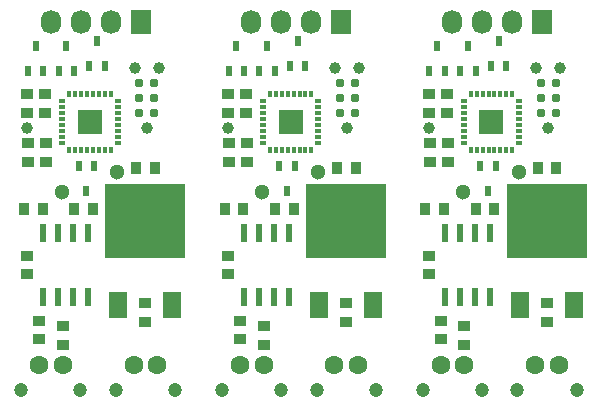
<source format=gts>
G04 #@! TF.FileFunction,Soldermask,Top*
%FSLAX46Y46*%
G04 Gerber Fmt 4.6, Leading zero omitted, Abs format (unit mm)*
G04 Created by KiCad (PCBNEW 4.0.2-4+6225~38~ubuntu15.10.1-stable) date Mon 28 Mar 2016 23:59:24 BST*
%MOMM*%
G01*
G04 APERTURE LIST*
%ADD10C,0.100000*%
%ADD11R,0.600000X1.550000*%
%ADD12C,1.200000*%
%ADD13C,1.600000*%
%ADD14R,0.950000X1.000000*%
%ADD15R,1.000000X0.950000*%
%ADD16C,0.787000*%
%ADD17C,1.000000*%
%ADD18R,1.727200X2.032000*%
%ADD19O,1.727200X2.032000*%
%ADD20C,1.300000*%
%ADD21R,6.740000X6.230000*%
%ADD22R,1.524000X2.280000*%
%ADD23R,0.600000X0.300000*%
%ADD24R,0.300000X0.600000*%
%ADD25R,2.002000X2.002000*%
%ADD26R,0.550000X0.850000*%
G04 APERTURE END LIST*
D10*
D11*
X118845000Y-100700000D03*
X120115000Y-100700000D03*
X121385000Y-100700000D03*
X122655000Y-100700000D03*
X122655000Y-95300000D03*
X121385000Y-95300000D03*
X120115000Y-95300000D03*
X118845000Y-95300000D03*
D12*
X117000000Y-108600000D03*
X122000000Y-108600000D03*
D13*
X118500000Y-106500000D03*
X120500000Y-106500000D03*
D14*
X117200000Y-93250000D03*
X118800000Y-93250000D03*
D15*
X117500000Y-85100000D03*
X117500000Y-83500000D03*
X119000000Y-85100000D03*
X119000000Y-83500000D03*
X119100000Y-87700000D03*
X119100000Y-89300000D03*
D14*
X126700000Y-89800000D03*
X128300000Y-89800000D03*
D15*
X127500000Y-101200000D03*
X127500000Y-102800000D03*
D14*
X123050000Y-93250000D03*
X121450000Y-93250000D03*
D12*
X125000000Y-108600000D03*
X130000000Y-108600000D03*
D13*
X126500000Y-106500000D03*
X128500000Y-106500000D03*
D16*
X128240000Y-85170000D03*
X126970000Y-85170000D03*
X128240000Y-83900000D03*
X126970000Y-83900000D03*
X128240000Y-82630000D03*
X126970000Y-82630000D03*
D17*
X127605000Y-86440000D03*
X128621000Y-81360000D03*
X126589000Y-81360000D03*
D18*
X127100000Y-77400000D03*
D19*
X124560000Y-77400000D03*
X122020000Y-77400000D03*
X119480000Y-77400000D03*
D15*
X117500000Y-97200000D03*
X117500000Y-98800000D03*
D20*
X120400768Y-91855050D03*
X125099232Y-90144950D03*
D21*
X127500000Y-94250000D03*
D22*
X125220000Y-101395000D03*
X129780000Y-101395000D03*
D23*
X120450000Y-84150000D03*
X120450000Y-84650000D03*
X120450000Y-85150000D03*
X120450000Y-85650000D03*
X120450000Y-86150000D03*
X120450000Y-86650000D03*
X120450000Y-87150000D03*
X120450000Y-87650000D03*
D24*
X121050000Y-88250000D03*
X121550000Y-88250000D03*
X122050000Y-88250000D03*
X122550000Y-88250000D03*
X123050000Y-88250000D03*
X123550000Y-88250000D03*
X124050000Y-88250000D03*
X124550000Y-88250000D03*
D23*
X125150000Y-87650000D03*
X125150000Y-87150000D03*
X125150000Y-86650000D03*
X125150000Y-86150000D03*
X125150000Y-85650000D03*
X125150000Y-85150000D03*
X125150000Y-84650000D03*
X125150000Y-84150000D03*
D24*
X124550000Y-83550000D03*
X124050000Y-83550000D03*
X123550000Y-83550000D03*
X123050000Y-83550000D03*
X122550000Y-83550000D03*
X122050000Y-83550000D03*
X121550000Y-83550000D03*
X121050000Y-83550000D03*
D25*
X122800000Y-85900000D03*
D26*
X122750000Y-81150000D03*
X124050000Y-81150000D03*
X123400000Y-79050000D03*
X120150000Y-81550000D03*
X121450000Y-81550000D03*
X120800000Y-79450000D03*
X117550000Y-81550000D03*
X118850000Y-81550000D03*
X118200000Y-79450000D03*
X123150000Y-89650000D03*
X121850000Y-89650000D03*
X122500000Y-91750000D03*
D15*
X117600000Y-87700000D03*
X117600000Y-89300000D03*
D17*
X117500000Y-86400000D03*
D15*
X120500000Y-103200000D03*
X120500000Y-104800000D03*
X118500000Y-102700000D03*
X118500000Y-104300000D03*
D11*
X118845000Y-100700000D03*
X120115000Y-100700000D03*
X121385000Y-100700000D03*
X122655000Y-100700000D03*
X122655000Y-95300000D03*
X121385000Y-95300000D03*
X120115000Y-95300000D03*
X118845000Y-95300000D03*
D12*
X117000000Y-108600000D03*
X122000000Y-108600000D03*
D13*
X118500000Y-106500000D03*
X120500000Y-106500000D03*
D14*
X117200000Y-93250000D03*
X118800000Y-93250000D03*
D15*
X117500000Y-85100000D03*
X117500000Y-83500000D03*
X119000000Y-85100000D03*
X119000000Y-83500000D03*
X119100000Y-87700000D03*
X119100000Y-89300000D03*
D14*
X126700000Y-89800000D03*
X128300000Y-89800000D03*
D15*
X127500000Y-101200000D03*
X127500000Y-102800000D03*
D14*
X123050000Y-93250000D03*
X121450000Y-93250000D03*
D12*
X125000000Y-108600000D03*
X130000000Y-108600000D03*
D13*
X126500000Y-106500000D03*
X128500000Y-106500000D03*
D16*
X128240000Y-85170000D03*
X126970000Y-85170000D03*
X128240000Y-83900000D03*
X126970000Y-83900000D03*
X128240000Y-82630000D03*
X126970000Y-82630000D03*
D17*
X127605000Y-86440000D03*
X128621000Y-81360000D03*
X126589000Y-81360000D03*
D18*
X127100000Y-77400000D03*
D19*
X124560000Y-77400000D03*
X122020000Y-77400000D03*
X119480000Y-77400000D03*
D15*
X117500000Y-97200000D03*
X117500000Y-98800000D03*
D20*
X120400768Y-91855050D03*
X125099232Y-90144950D03*
D21*
X127500000Y-94250000D03*
D22*
X125220000Y-101395000D03*
X129780000Y-101395000D03*
D23*
X120450000Y-84150000D03*
X120450000Y-84650000D03*
X120450000Y-85150000D03*
X120450000Y-85650000D03*
X120450000Y-86150000D03*
X120450000Y-86650000D03*
X120450000Y-87150000D03*
X120450000Y-87650000D03*
D24*
X121050000Y-88250000D03*
X121550000Y-88250000D03*
X122050000Y-88250000D03*
X122550000Y-88250000D03*
X123050000Y-88250000D03*
X123550000Y-88250000D03*
X124050000Y-88250000D03*
X124550000Y-88250000D03*
D23*
X125150000Y-87650000D03*
X125150000Y-87150000D03*
X125150000Y-86650000D03*
X125150000Y-86150000D03*
X125150000Y-85650000D03*
X125150000Y-85150000D03*
X125150000Y-84650000D03*
X125150000Y-84150000D03*
D24*
X124550000Y-83550000D03*
X124050000Y-83550000D03*
X123550000Y-83550000D03*
X123050000Y-83550000D03*
X122550000Y-83550000D03*
X122050000Y-83550000D03*
X121550000Y-83550000D03*
X121050000Y-83550000D03*
D25*
X122800000Y-85900000D03*
D26*
X122750000Y-81150000D03*
X124050000Y-81150000D03*
X123400000Y-79050000D03*
X120150000Y-81550000D03*
X121450000Y-81550000D03*
X120800000Y-79450000D03*
X117550000Y-81550000D03*
X118850000Y-81550000D03*
X118200000Y-79450000D03*
X123150000Y-89650000D03*
X121850000Y-89650000D03*
X122500000Y-91750000D03*
D15*
X117600000Y-87700000D03*
X117600000Y-89300000D03*
D17*
X117500000Y-86400000D03*
D15*
X120500000Y-103200000D03*
X120500000Y-104800000D03*
X118500000Y-102700000D03*
X118500000Y-104300000D03*
D11*
X135845000Y-100700000D03*
X137115000Y-100700000D03*
X138385000Y-100700000D03*
X139655000Y-100700000D03*
X139655000Y-95300000D03*
X138385000Y-95300000D03*
X137115000Y-95300000D03*
X135845000Y-95300000D03*
D12*
X134000000Y-108600000D03*
X139000000Y-108600000D03*
D13*
X135500000Y-106500000D03*
X137500000Y-106500000D03*
D14*
X134200000Y-93250000D03*
X135800000Y-93250000D03*
D15*
X134500000Y-85100000D03*
X134500000Y-83500000D03*
X136000000Y-85100000D03*
X136000000Y-83500000D03*
X136100000Y-87700000D03*
X136100000Y-89300000D03*
D14*
X143700000Y-89800000D03*
X145300000Y-89800000D03*
D15*
X144500000Y-101200000D03*
X144500000Y-102800000D03*
D14*
X140050000Y-93250000D03*
X138450000Y-93250000D03*
D12*
X142000000Y-108600000D03*
X147000000Y-108600000D03*
D13*
X143500000Y-106500000D03*
X145500000Y-106500000D03*
D16*
X145240000Y-85170000D03*
X143970000Y-85170000D03*
X145240000Y-83900000D03*
X143970000Y-83900000D03*
X145240000Y-82630000D03*
X143970000Y-82630000D03*
D17*
X144605000Y-86440000D03*
X145621000Y-81360000D03*
X143589000Y-81360000D03*
D18*
X144100000Y-77400000D03*
D19*
X141560000Y-77400000D03*
X139020000Y-77400000D03*
X136480000Y-77400000D03*
D15*
X134500000Y-97200000D03*
X134500000Y-98800000D03*
D20*
X137400768Y-91855050D03*
X142099232Y-90144950D03*
D21*
X144500000Y-94250000D03*
D22*
X142220000Y-101395000D03*
X146780000Y-101395000D03*
D23*
X137450000Y-84150000D03*
X137450000Y-84650000D03*
X137450000Y-85150000D03*
X137450000Y-85650000D03*
X137450000Y-86150000D03*
X137450000Y-86650000D03*
X137450000Y-87150000D03*
X137450000Y-87650000D03*
D24*
X138050000Y-88250000D03*
X138550000Y-88250000D03*
X139050000Y-88250000D03*
X139550000Y-88250000D03*
X140050000Y-88250000D03*
X140550000Y-88250000D03*
X141050000Y-88250000D03*
X141550000Y-88250000D03*
D23*
X142150000Y-87650000D03*
X142150000Y-87150000D03*
X142150000Y-86650000D03*
X142150000Y-86150000D03*
X142150000Y-85650000D03*
X142150000Y-85150000D03*
X142150000Y-84650000D03*
X142150000Y-84150000D03*
D24*
X141550000Y-83550000D03*
X141050000Y-83550000D03*
X140550000Y-83550000D03*
X140050000Y-83550000D03*
X139550000Y-83550000D03*
X139050000Y-83550000D03*
X138550000Y-83550000D03*
X138050000Y-83550000D03*
D25*
X139800000Y-85900000D03*
D26*
X139750000Y-81150000D03*
X141050000Y-81150000D03*
X140400000Y-79050000D03*
X137150000Y-81550000D03*
X138450000Y-81550000D03*
X137800000Y-79450000D03*
X134550000Y-81550000D03*
X135850000Y-81550000D03*
X135200000Y-79450000D03*
X140150000Y-89650000D03*
X138850000Y-89650000D03*
X139500000Y-91750000D03*
D15*
X134600000Y-87700000D03*
X134600000Y-89300000D03*
D17*
X134500000Y-86400000D03*
D15*
X137500000Y-103200000D03*
X137500000Y-104800000D03*
X135500000Y-102700000D03*
X135500000Y-104300000D03*
D11*
X152845000Y-100700000D03*
X154115000Y-100700000D03*
X155385000Y-100700000D03*
X156655000Y-100700000D03*
X156655000Y-95300000D03*
X155385000Y-95300000D03*
X154115000Y-95300000D03*
X152845000Y-95300000D03*
D12*
X151000000Y-108600000D03*
X156000000Y-108600000D03*
D13*
X152500000Y-106500000D03*
X154500000Y-106500000D03*
D14*
X151200000Y-93250000D03*
X152800000Y-93250000D03*
D15*
X151500000Y-85100000D03*
X151500000Y-83500000D03*
X153000000Y-85100000D03*
X153000000Y-83500000D03*
X153100000Y-87700000D03*
X153100000Y-89300000D03*
D14*
X160700000Y-89800000D03*
X162300000Y-89800000D03*
D15*
X161500000Y-101200000D03*
X161500000Y-102800000D03*
D14*
X157050000Y-93250000D03*
X155450000Y-93250000D03*
D12*
X159000000Y-108600000D03*
X164000000Y-108600000D03*
D13*
X160500000Y-106500000D03*
X162500000Y-106500000D03*
D16*
X162240000Y-85170000D03*
X160970000Y-85170000D03*
X162240000Y-83900000D03*
X160970000Y-83900000D03*
X162240000Y-82630000D03*
X160970000Y-82630000D03*
D17*
X161605000Y-86440000D03*
X162621000Y-81360000D03*
X160589000Y-81360000D03*
D18*
X161100000Y-77400000D03*
D19*
X158560000Y-77400000D03*
X156020000Y-77400000D03*
X153480000Y-77400000D03*
D15*
X151500000Y-97200000D03*
X151500000Y-98800000D03*
D20*
X154400768Y-91855050D03*
X159099232Y-90144950D03*
D21*
X161500000Y-94250000D03*
D22*
X159220000Y-101395000D03*
X163780000Y-101395000D03*
D23*
X154450000Y-84150000D03*
X154450000Y-84650000D03*
X154450000Y-85150000D03*
X154450000Y-85650000D03*
X154450000Y-86150000D03*
X154450000Y-86650000D03*
X154450000Y-87150000D03*
X154450000Y-87650000D03*
D24*
X155050000Y-88250000D03*
X155550000Y-88250000D03*
X156050000Y-88250000D03*
X156550000Y-88250000D03*
X157050000Y-88250000D03*
X157550000Y-88250000D03*
X158050000Y-88250000D03*
X158550000Y-88250000D03*
D23*
X159150000Y-87650000D03*
X159150000Y-87150000D03*
X159150000Y-86650000D03*
X159150000Y-86150000D03*
X159150000Y-85650000D03*
X159150000Y-85150000D03*
X159150000Y-84650000D03*
X159150000Y-84150000D03*
D24*
X158550000Y-83550000D03*
X158050000Y-83550000D03*
X157550000Y-83550000D03*
X157050000Y-83550000D03*
X156550000Y-83550000D03*
X156050000Y-83550000D03*
X155550000Y-83550000D03*
X155050000Y-83550000D03*
D25*
X156800000Y-85900000D03*
D26*
X156750000Y-81150000D03*
X158050000Y-81150000D03*
X157400000Y-79050000D03*
X154150000Y-81550000D03*
X155450000Y-81550000D03*
X154800000Y-79450000D03*
X151550000Y-81550000D03*
X152850000Y-81550000D03*
X152200000Y-79450000D03*
X157150000Y-89650000D03*
X155850000Y-89650000D03*
X156500000Y-91750000D03*
D15*
X151600000Y-87700000D03*
X151600000Y-89300000D03*
D17*
X151500000Y-86400000D03*
D15*
X154500000Y-103200000D03*
X154500000Y-104800000D03*
X152500000Y-102700000D03*
X152500000Y-104300000D03*
M02*

</source>
